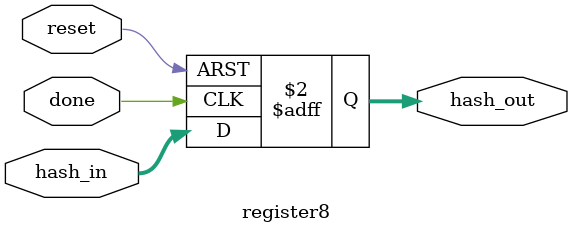
<source format=v>
module register8(done, reset, hash_in, hash_out);

input done, reset;
input [255:0] hash_in;
output reg [255:0] hash_out;

always @(posedge done or posedge reset) begin
	if(reset) begin
	hash_out[31:0] <= 32'h5be0cd19;
	hash_out[63:32] <= 32'h1f83d9ab;
	hash_out[95:64] <= 32'h9b05688c;
	hash_out[127:96] <= 32'h510e527f;
	hash_out[159:128] <= 32'ha54ff53a;
	hash_out[191:160] <= 32'h3c6ef372;
	hash_out[223:192] <= 32'hbb67ae85;
	hash_out[255:224] <= 32'h6a09e667;
	end
	else
		hash_out <= hash_in;
	
end

endmodule
</source>
